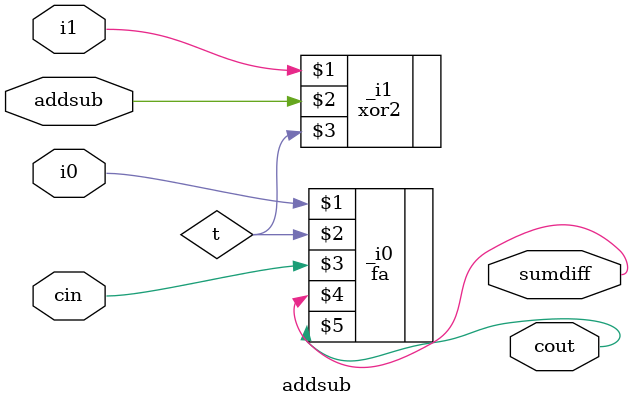
<source format=v>
module addsub (input wire addsub, i0, i1, cin, output wire sumdiff, cout);  
wire t; 
fa _i0 (i0,t,cin,sumdiff,cout);  
xor2 _i1 (i1,addsub,t);
endmodule
</source>
